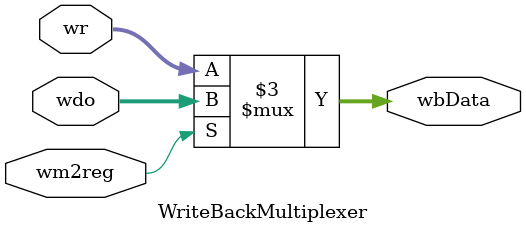
<source format=v>
`timescale 1ns / 1ps

module WriteBackMultiplexer(
    input [31:0] wr,
    input [31:0] wdo,
    input wm2reg,
    
    output reg [31:0] wbData);
    
    always @(wm2reg) begin
            if (wm2reg)begin
                wbData <= wdo;
            end
            else begin
                wbData <= wr;
            end
    end
endmodule

</source>
